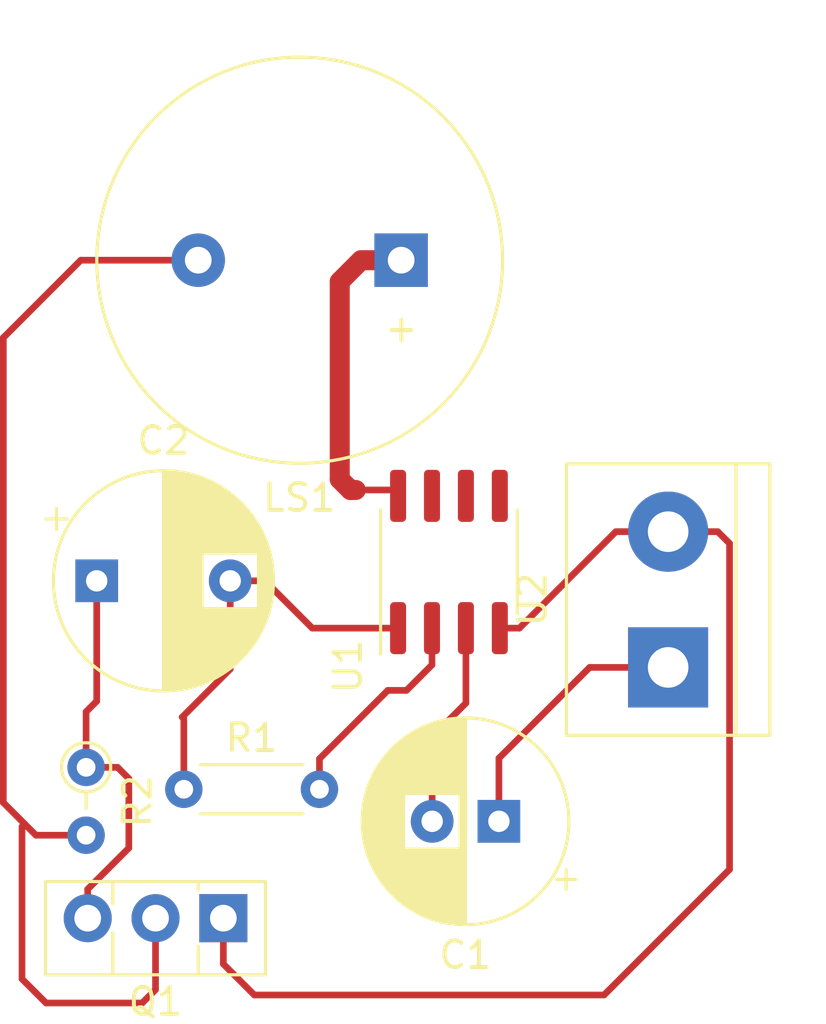
<source format=kicad_pcb>
(kicad_pcb (version 20211014) (generator pcbnew)
  (layers (0 "F.Cu" signal) (31 "B.Cu" signal) (34 "B.Paste" user) (35 "F.Paste" user) (36 "B.SilkS" user "B.Silkscreen") (37 "F.SilkS" user "F.Silkscreen") (38 "B.Mask" user) (39 "F.Mask" user) (44 "Edge.Cuts" user))
  (net 0 "")
  (net 1 "IN1")
  (net 2 "Net-(C1-Pad2)")
  (net 3 "Net-(C2-Pad1)")
  (net 4 "Net-(C2-Pad2)")
  (net 5 "+5V")
  (net 6 "Net-(LS1-Pad2)")
  (net 7 "IN2")
  (net 8 "Net-(R1-Pad2)")
  (footprint "TerminalBlock:TerminalBlock_bornier-2_P5.08mm" (layer "F.Cu") (at 158.6 90.94 90)
    (fp_text reference "U2" (at 2.54 -5.08 90) (layer "F.SilkS"))
    (fp_text value "Power_in")
    (fp_line (start 7.62 3.81) (end 7.62 -3.81) (layer "F.SilkS") (width 0.12))
    (fp_line (start 7.62 -3.81) (end -2.54 -3.81) (layer "F.SilkS") (width 0.12))
    (fp_line (start 7.62 2.54) (end -2.54 2.54) (layer "F.SilkS") (width 0.12))
    (fp_line (start -2.54 -3.81) (end -2.54 3.81) (layer "F.SilkS") (width 0.12))
    (fp_line (start -2.54 3.81) (end 7.62 3.81) (layer "F.SilkS") (width 0.12))
    (pad "1" thru_hole rect (at 0 0 90) (size 3 3) (drill 1.52) (layers *.Cu *.Mask) (net 1 "IN1"))
    (pad "2" thru_hole circle (at 5.08 0 90) (size 3 3) (drill 1.52) (layers *.Cu *.Mask) (net 7 "IN2"))
  )
  (footprint "Capacitor_THT:CP_Radial_D7.5mm_P2.50mm" (layer "F.Cu") (at 152.261395 96.7 180)
    (fp_text reference "C1" (at 1.25 -5) (layer "F.SilkS"))
    (fp_text value "2.2uF")
    (fp_line (start 3.051 1.04) (end 3.051 3.386) (layer "F.SilkS") (width 0.12))
    (fp_line (start 4.891 -1.275) (end 4.891 1.275) (layer "F.SilkS") (width 0.12))
    (fp_line (start 3.171 -3.321) (end 3.171 -1.04) (layer "F.SilkS") (width 0.12))
    (fp_line (start 4.931 -1.158) (end 4.931 1.158) (layer "F.SilkS") (width 0.12))
    (fp_line (start 3.411 1.04) (end 3.411 3.172) (layer "F.SilkS") (width 0.12))
    (fp_line (start 2.491 -3.626) (end 2.491 -1.04) (layer "F.SilkS") (width 0.12))
    (fp_line (start 3.371 1.04) (end 3.371 3.198) (layer "F.SilkS") (width 0.12))
    (fp_line (start 4.171 -2.5) (end 4.171 2.5) (layer "F.SilkS") (width 0.12))
    (fp_line (start 1.57 1.04) (end 1.57 3.817) (layer "F.SilkS") (width 0.12))
    (fp_line (start 4.971 -1.028) (end 4.971 1.028) (layer "F.SilkS") (width 0.12))
    (fp_line (start 1.53 -3.82) (end 1.53 -1.04) (layer "F.SilkS") (width 0.12))
    (fp_line (start 4.251 -2.405) (end 4.251 2.405) (layer "F.SilkS") (width 0.12))
    (fp_line (start 3.931 -2.752) (end 3.931 2.752) (layer "F.SilkS") (width 0.12))
    (fp_line (start -2.892211 -2.175) (end -2.142211 -2.175) (layer "F.SilkS") (width 0.12))
    (fp_line (start 2.651 -3.568) (end 2.651 -1.04) (layer "F.SilkS") (width 0.12))
    (fp_line (start 4.411 -2.195) (end 4.411 2.195) (layer "F.SilkS") (width 0.12))
    (fp_line (start 4.451 -2.137) (end 4.451 2.137) (layer "F.SilkS") (width 0.12))
    (fp_line (start 2.731 -3.536) (end 2.731 -1.04) (layer "F.SilkS") (width 0.12))
    (fp_line (start 3.411 -3.172) (end 3.411 -1.04) (layer "F.SilkS") (width 0.12))
    (fp_line (start 4.771 -1.569) (end 4.771 1.569) (layer "F.SilkS") (width 0.12))
    (fp_line (start 4.531 -2.014) (end 4.531 2.014) (layer "F.SilkS") (width 0.12))
    (fp_line (start 3.971 -2.713) (end 3.971 2.713) (layer "F.SilkS") (width 0.12))
    (fp_line (start 4.611 -1.881) (end 4.611 1.881) (layer "F.SilkS") (width 0.12))
    (fp_line (start 2.931 1.04) (end 2.931 3.447) (layer "F.SilkS") (width 0.12))
    (fp_line (start 1.41 -3.827) (end 1.41 3.827) (layer "F.SilkS") (width 0.12))
    (fp_line (start 3.851 -2.827) (end 3.851 2.827) (layer "F.SilkS") (width 0.12))
    (fp_line (start 2.851 1.04) (end 2.851 3.484) (layer "F.SilkS") (width 0.12))
    (fp_line (start 2.531 -3.613) (end 2.531 -1.04) (layer "F.SilkS") (width 0.12))
    (fp_line (start 2.371 1.04) (end 2.371 3.665) (layer "F.SilkS") (width 0.12))
    (fp_line (start 2.051 1.04) (end 2.051 3.747) (layer "F.SilkS") (width 0.12))
    (fp_line (start 4.811 -1.478) (end 4.811 1.478) (layer "F.SilkS") (width 0.12))
    (fp_line (start 1.49 -3.823) (end 1.49 -1.04) (layer "F.SilkS") (width 0.12))
    (fp_line (start 2.771 -3.52) (end 2.771 -1.04) (layer "F.SilkS") (width 0.12))
    (fp_line (start 5.011 -0.877) (end 5.011 0.877) (layer "F.SilkS") (width 0.12))
    (fp_line (start 1.971 -3.763) (end 1.971 -1.04) (layer "F.SilkS") (width 0.12))
    (fp_line (start 4.651 -1.809) (end 4.651 1.809) (layer "F.SilkS") (width 0.12))
    (fp_line (start 1.65 1.04) (end 1.65 3.81) (layer "F.SilkS") (width 0.12))
    (fp_line (start 3.131 -3.343) (end 3.131 -1.04) (layer "F.SilkS") (width 0.12))
    (fp_line (start 3.131 1.04) (end 3.131 3.343) (layer "F.SilkS") (width 0.12))
    (fp_line (start 1.25 -3.83) (end 1.25 3.83) (layer "F.SilkS") (width 0.12))
    (fp_line (start 2.731 1.04) (end 2.731 3.536) (layer "F.SilkS") (width 0.12))
    (fp_line (start 2.291 1.04) (end 2.291 3.688) (layer "F.SilkS") (width 0.12))
    (fp_line (start 1.61 -3.814) (end 1.61 -1.04) (layer "F.SilkS") (width 0.12))
    (fp_line (start 2.131 1.04) (end 2.131 3.729) (layer "F.SilkS") (width 0.12))
    (fp_line (start 2.531 1.04) (end 2.531 3.613) (layer "F.SilkS") (width 0.12))
    (fp_line (start 2.171 1.04) (end 2.171 3.72) (layer "F.SilkS") (width 0.12))
    (fp_line (start 2.931 -3.447) (end 2.931 -1.04) (layer "F.SilkS") (width 0.12))
    (fp_line (start 1.69 -3.805) (end 1.69 -1.04) (layer "F.SilkS") (width 0.12))
    (fp_line (start 1.77 1.04) (end 1.77 3.795) (layer "F.SilkS") (width 0.12))
    (fp_line (start 3.371 -3.198) (end 3.371 -1.04) (layer "F.SilkS") (width 0.12))
    (fp_line (start 1.89 -3.777) (end 1.89 -1.04) (layer "F.SilkS") (width 0.12))
    (fp_line (start 4.691 -1.733) (end 4.691 1.733) (layer "F.SilkS") (width 0.12))
    (fp_line (start 1.73 -3.801) (end 1.73 -1.04) (layer "F.SilkS") (width 0.12))
    (fp_line (start 2.051 -3.747) (end 2.051 -1.04) (layer "F.SilkS") (width 0.12))
    (fp_line (start 2.131 -3.729) (end 2.131 -1.04) (layer "F.SilkS") (width 0.12))
    (fp_line (start 1.93 1.04) (end 1.93 3.77) (layer "F.SilkS") (width 0.12))
    (fp_line (start 1.33 -3.83) (end 1.33 3.83) (layer "F.SilkS") (width 0.12))
    (fp_line (start 2.211 -3.71) (end 2.211 -1.04) (layer "F.SilkS") (width 0.12))
    (fp_line (start 3.011 -3.407) (end 3.011 -1.04) (layer "F.SilkS") (width 0.12))
    (fp_line (start 4.011 -2.673) (end 4.011 2.673) (layer "F.SilkS") (width 0.12))
    (fp_line (start 1.37 -3.829) (end 1.37 3.829) (layer "F.SilkS") (width 0.12))
    (fp_line (start 1.85 1.04) (end 1.85 3.784) (layer "F.SilkS") (width 0.12))
    (fp_line (start 3.451 -3.144) (end 3.451 -1.04) (layer "F.SilkS") (width 0.12))
    (fp_line (start 1.81 -3.79) (end 1.81 -1.04) (layer "F.SilkS") (width 0.12))
    (fp_line (start 1.77 -3.795) (end 1.77 -1.04) (layer "F.SilkS") (width 0.12))
    (fp_line (start 3.491 -3.116) (end 3.491 -1.04) (layer "F.SilkS") (width 0.12))
    (fp_line (start 2.771 1.04) (end 2.771 3.52) (layer "F.SilkS") (width 0.12))
    (fp_line (start 2.331 1.04) (end 2.331 3.677) (layer "F.SilkS") (width 0.12))
    (fp_line (start 4.491 -2.077) (end 4.491 2.077) (layer "F.SilkS") (width 0.12))
    (fp_line (start 4.571 -1.949) (end 4.571 1.949) (layer "F.SilkS") (width 0.12))
    (fp_line (start 3.451 1.04) (end 3.451 3.144) (layer "F.SilkS") (width 0.12))
    (fp_line (start 2.011 1.04) (end 2.011 3.755) (layer "F.SilkS") (width 0.12))
    (fp_line (start 3.211 -3.297) (end 3.211 -1.04) (layer "F.SilkS") (width 0.12))
    (fp_line (start 2.451 -3.64) (end 2.451 -1.04) (layer "F.SilkS") (width 0.12))
    (fp_line (start 2.251 1.04) (end 2.251 3.699) (layer "F.SilkS") (width 0.12))
    (fp_line (start 4.211 -2.454) (end 4.211 2.454) (layer "F.SilkS") (width 0.12))
    (fp_line (start 3.891 -2.79) (end 3.891 2.79) (layer "F.SilkS") (width 0.12))
    (fp_line (start 2.091 -3.738) (end 2.091 -1.04) (layer "F.SilkS") (width 0.12))
    (fp_line (start 1.57 -3.817) (end 1.57 -1.04) (layer "F.SilkS") (width 0.12))
    (fp_line (start 2.651 1.04) (end 2.651 3.568) (layer "F.SilkS") (width 0.12))
    (fp_line (start 3.331 -3.224) (end 3.331 -1.04) (layer "F.SilkS") (width 0.12))
    (fp_line (start 2.451 1.04) (end 2.451 3.64) (layer "F.SilkS") (width 0.12))
    (fp_line (start 2.691 1.04) (end 2.691 3.553) (layer "F.SilkS") (width 0.12))
    (fp_line (start 1.81 1.04) (end 1.81 3.79) (layer "F.SilkS") (width 0.12))
    (fp_line (start 3.531 1.04) (end 3.531 3.088) (layer "F.SilkS") (width 0.12))
    (fp_line (start 4.731 -1.654) (end 4.731 1.654) (layer "F.SilkS") (width 0.12))
    (fp_line (start 3.171 1.04) (end 3.171 3.321) (layer "F.SilkS") (width 0.12))
    (fp_line (start 2.611 1.04) (end 2.611 3.584) (layer "F.SilkS") (width 0.12))
    (fp_line (start 3.571 -3.058) (end 3.571 3.058) (layer "F.SilkS") (width 0.12))
    (fp_line (start 3.091 -3.365) (end 3.091 -1.04) (layer "F.SilkS") (width 0.12))
    (fp_line (start 2.411 -3.653) (end 2.411 -1.04) (layer "F.SilkS") (width 0.12))
    (fp_line (start 2.571 1.04) (end 2.571 3.598) (layer "F.SilkS") (width 0.12))
    (fp_line (start 2.811 -3.502) (end 2.811 -1.04) (layer "F.SilkS") (width 0.12))
    (fp_line (start 4.371 -2.25) (end 4.371 2.25) (layer "F.SilkS") (width 0.12))
    (fp_line (start 3.251 1.04) (end 3.251 3.274) (layer "F.SilkS") (width 0.12))
    (fp_line (start 2.971 -3.427) (end 2.971 -1.04) (layer "F.SilkS") (width 0.12))
    (fp_line (start 1.73 1.04) (end 1.73 3.801) (layer "F.SilkS") (width 0.12))
    (fp_line (start 5.091 -0.441) (end 5.091 0.441) (layer "F.SilkS") (width 0.12))
    (fp_line (start 2.211 1.04) (end 2.211 3.71) (layer "F.SilkS") (width 0.12))
    (fp_line (start -2.517211 -2.55) (end -2.517211 -1.8) (layer "F.SilkS") (width 0.12))
    (fp_line (start 3.691 -2.964) (end 3.691 2.964) (layer "F.SilkS") (width 0.12))
    (fp_line (start 3.531 -3.088) (end 3.531 -1.04) (layer "F.SilkS") (width 0.12))
    (fp_line (start 2.011 -3.755) (end 2.011 -1.04) (layer "F.SilkS") (width 0.12))
    (fp_line (start 3.251 -3.274) (end 3.251 -1.04) (layer "F.SilkS") (width 0.12))
    (fp_line (start 1.93 -3.77) (end 1.93 -1.04) (layer "F.SilkS") (width 0.12))
    (fp_line (start 1.53 1.04) (end 1.53 3.82) (layer "F.SilkS") (width 0.12))
    (fp_line (start 5.051 -0.693) (end 5.051 0.693) (layer "F.SilkS") (width 0.12))
    (fp_line (start 4.131 -2.546) (end 4.131 2.546) (layer "F.SilkS") (width 0.12))
    (fp_line (start 3.611 -3.028) (end 3.611 3.028) (layer "F.SilkS") (width 0.12))
    (fp_line (start 4.051 -2.632) (end 4.051 2.632) (layer "F.SilkS") (width 0.12))
    (fp_line (start 4.291 -2.355) (end 4.291 2.355) (layer "F.SilkS") (width 0.12))
    (fp_line (start 1.89 1.04) (end 1.89 3.777) (layer "F.SilkS") (width 0.12))
    (fp_line (start 3.051 -3.386) (end 3.051 -1.04) (layer "F.SilkS") (width 0.12))
    (fp_line (start 3.811 -2.863) (end 3.811 2.863) (layer "F.SilkS") (width 0.12))
    (fp_line (start 2.251 -3.699) (end 2.251 -1.04) (layer "F.SilkS") (width 0.12))
    (fp_line (start 1.65 -3.81) (end 1.65 -1.04) (layer "F.SilkS") (width 0.12))
    (fp_line (start 4.851 -1.381) (end 4.851 1.381) (layer "F.SilkS") (width 0.12))
    (fp_line (start 2.971 1.04) (end 2.971 3.427) (layer "F.SilkS") (width 0.12))
    (fp_line (start 2.571 -3.598) (end 2.571 -1.04) (layer "F.SilkS") (width 0.12))
    (fp_line (start 1.85 -3.784) (end 1.85 -1.04) (layer "F.SilkS") (width 0.12))
    (fp_line (start 3.011 1.04) (end 3.011 3.407) (layer "F.SilkS") (width 0.12))
    (fp_line (start 3.091 1.04) (end 3.091 3.365) (layer "F.SilkS") (width 0.12))
    (fp_line (start 3.731 -2.931) (end 3.731 2.931) (layer "F.SilkS") (width 0.12))
    (fp_line (start 2.811 1.04) (end 2.811 3.502) (layer "F.SilkS") (width 0.12))
    (fp_line (start 2.171 -3.72) (end 2.171 -1.04) (layer "F.SilkS") (width 0.12))
    (fp_line (start 2.691 -3.553) (end 2.691 -1.04) (layer "F.SilkS") (width 0.12))
    (fp_line (start 2.371 -3.665) (end 2.371 -1.04) (layer "F.SilkS") (width 0.12))
    (fp_line (start 4.091 -2.589) (end 4.091 2.589) (layer "F.SilkS") (width 0.12))
    (fp_line (start 1.69 1.04) (end 1.69 3.805) (layer "F.SilkS") (width 0.12))
    (fp_line (start 2.891 -3.466) (end 2.891 -1.04) (layer "F.SilkS") (width 0.12))
    (fp_line (start 2.411 1.04) (end 2.411 3.653) (layer "F.SilkS") (width 0.12))
    (fp_line (start 2.491 1.04) (end 2.491 3.626) (layer "F.SilkS") (width 0.12))
    (fp_line (start 3.291 1.04) (end 3.291 3.249) (layer "F.SilkS") (width 0.12))
    (fp_line (start 3.211 1.04) (end 3.211 3.297) (layer "F.SilkS") (width 0.12))
    (fp_line (start 1.49 1.04) (end 1.49 3.823) (layer "F.SilkS") (width 0.12))
    (fp_line (start 2.611 -3.584) (end 2.611 -1.04) (layer "F.SilkS") (width 0.12))
    (fp_line (start 1.29 -3.83) (end 1.29 3.83) (layer "F.SilkS") (width 0.12))
    (fp_line (start 2.851 -3.484) (end 2.851 -1.04) (layer "F.SilkS") (width 0.12))
    (fp_line (start 1.971 1.04) (end 1.971 3.763) (layer "F.SilkS") (width 0.12))
    (fp_line (start 2.331 -3.677) (end 2.331 -1.04) (layer "F.SilkS") (width 0.12))
    (fp_line (start 3.331 1.04) (end 3.331 3.224) (layer "F.SilkS") (width 0.12))
    (fp_line (start 2.291 -3.688) (end 2.291 -1.04) (layer "F.SilkS") (width 0.12))
    (fp_line (start 1.61 1.04) (end 1.61 3.814) (layer "F.SilkS") (width 0.12))
    (fp_line (start 3.771 -2.898) (end 3.771 2.898) (layer "F.SilkS") (width 0.12))
    (fp_line (start 3.491 1.04) (end 3.491 3.116) (layer "F.SilkS") (width 0.12))
    (fp_line (start 3.291 -3.249) (end 3.291 -1.04) (layer "F.SilkS") (width 0.12))
    (fp_line (start 2.891 1.04) (end 2.891 3.466) (layer "F.SilkS") (width 0.12))
    (fp_line (start 3.651 -2.996) (end 3.651 2.996) (layer "F.SilkS") (width 0.12))
    (fp_line (start 1.45 -3.825) (end 1.45 3.825) (layer "F.SilkS") (width 0.12))
    (fp_line (start 4.331 -2.304) (end 4.331 2.304) (layer "F.SilkS") (width 0.12))
    (fp_line (start 2.091 1.04) (end 2.091 3.738) (layer "F.SilkS") (width 0.12))
    (fp_circle (center 1.25 0) (end 5.12 0) (layer "F.SilkS") (width 0.12) (fill none))
    (pad "1" thru_hole rect (at 0 0 180) (size 1.6 1.6) (drill 0.8) (layers *.Cu *.Mask) (net 1 "IN1"))
    (pad "2" thru_hole circle (at 2.5 0 180) (size 1.6 1.6) (drill 0.8) (layers *.Cu *.Mask) (net 2 "Net-(C1-Pad2)"))
  )
  (footprint "Package_TO_SOT_THT:TO-126-3_Vertical" (layer "F.Cu") (at 141.94 100.325 180)
    (fp_text reference "Q1" (at 2.54 -3.12) (layer "F.SilkS"))
    (fp_text value "BD139")
    (fp_line (start -1.58 1.37) (end 6.66 1.37) (layer "F.SilkS") (width 0.12))
    (fp_line (start 0.94 -2.12) (end 0.94 -1.05) (layer "F.SilkS") (width 0.12))
    (fp_line (start -1.58 -2.12) (end 6.66 -2.12) (layer "F.SilkS") (width 0.12))
    (fp_line (start 4.141 0.54) (end 4.141 1.37) (layer "F.SilkS") (width 0.12))
    (fp_line (start -1.58 -2.12) (end -1.58 1.37) (layer "F.SilkS") (width 0.12))
    (fp_line (start 0.94 1.05) (end 0.94 1.37) (layer "F.SilkS") (width 0.12))
    (fp_line (start 4.141 -2.12) (end 4.141 -0.54) (layer "F.SilkS") (width 0.12))
    (fp_line (start 6.66 -2.12) (end 6.66 1.37) (layer "F.SilkS") (width 0.12))
    (pad "1" thru_hole rect (at 0 0 180) (size 1.8 1.8) (drill 1) (layers *.Cu *.Mask) (net 7 "IN2"))
    (pad "2" thru_hole oval (at 2.54 0 180) (size 1.8 1.8) (drill 1) (layers *.Cu *.Mask) (net 6 "Net-(LS1-Pad2)"))
    (pad "3" thru_hole oval (at 5.08 0 180) (size 1.8 1.8) (drill 1) (layers *.Cu *.Mask) (net 3 "Net-(C2-Pad1)"))
  )
  (footprint "extra_library:LM358" (layer "F.Cu") (at 147.735 90.68 90)
    (fp_text reference "U1" (at -0.22 -1.135 90 unlocked) (layer "F.SilkS"))
    (fp_text value "LM358")
    (fp_line (start 3.685 5.215) (end 5.635 5.215) (layer "F.SilkS") (width 0.12))
    (fp_line (start 3.685 0.095) (end 5.635 0.095) (layer "F.SilkS") (width 0.12))
    (fp_line (start 3.685 5.215) (end 1.735 5.215) (layer "F.SilkS") (width 0.12))
    (fp_line (start 3.685 0.095) (end 0.235 0.095) (layer "F.SilkS") (width 0.12))
    (pad "1" smd roundrect (at 1.21 0.75 90) (size 1.95 0.6) (layers "F.Cu" "F.Paste" "F.Mask") (net 4 "Net-(C2-Pad2)"))
    (pad "2" smd roundrect (at 1.21 2.02 90) (size 1.95 0.6) (layers "F.Cu" "F.Paste" "F.Mask") (net 8 "Net-(R1-Pad2)"))
    (pad "3" smd roundrect (at 1.21 3.29 90) (size 1.95 0.6) (layers "F.Cu" "F.Paste" "F.Mask") (net 2 "Net-(C1-Pad2)"))
    (pad "4" smd roundrect (at 1.21 4.56 90) (size 1.95 0.6) (layers "F.Cu" "F.Paste" "F.Mask") (net 7 "IN2"))
    (pad "5" smd roundrect (at 6.16 4.56 90) (size 1.95 0.6) (layers "F.Cu" "F.Paste" "F.Mask"))
    (pad "6" smd roundrect (at 6.16 3.29 90) (size 1.95 0.6) (layers "F.Cu" "F.Paste" "F.Mask"))
    (pad "7" smd roundrect (at 6.16 2.02 90) (size 1.95 0.6) (layers "F.Cu" "F.Paste" "F.Mask"))
    (pad "8" smd roundrect (at 6.16 0.75 90) (size 1.95 0.6) (layers "F.Cu" "F.Paste" "F.Mask") (net 5 "+5V"))
  )
  (footprint "Resistor_THT:R_Axial_DIN0204_L3.6mm_D1.6mm_P5.08mm_Horizontal" (layer "F.Cu") (at 140.46 95.5)
    (fp_text reference "R1" (at 2.54 -1.92) (layer "F.SilkS"))
    (fp_text value "100k")
    (fp_line (start 0.62 -0.92) (end 4.46 -0.92) (layer "F.SilkS") (width 0.12))
    (fp_line (start 0.62 0.92) (end 4.46 0.92) (layer "F.SilkS") (width 0.12))
    (pad "1" thru_hole circle (at 0 0) (size 1.4 1.4) (drill 0.7) (layers *.Cu *.Mask) (net 4 "Net-(C2-Pad2)"))
    (pad "2" thru_hole oval (at 5.08 0) (size 1.4 1.4) (drill 0.7) (layers *.Cu *.Mask) (net 8 "Net-(R1-Pad2)"))
  )
  (footprint "Resistor_THT:R_Axial_DIN0204_L3.6mm_D1.6mm_P2.54mm_Vertical" (layer "F.Cu") (at 136.8 94.68 -90)
    (fp_text reference "R2" (at 1.27 -1.92 90) (layer "F.SilkS"))
    (fp_text value "1k")
    (fp_line (start 0.92 0) (end 1.54 0) (layer "F.SilkS") (width 0.12))
    (fp_circle (center 0 0) (end 0.92 0) (layer "F.SilkS") (width 0.12) (fill none))
    (pad "1" thru_hole circle (at 0 0 270) (size 1.4 1.4) (drill 0.7) (layers *.Cu *.Mask) (net 3 "Net-(C2-Pad1)"))
    (pad "2" thru_hole oval (at 2.54 0 270) (size 1.4 1.4) (drill 0.7) (layers *.Cu *.Mask) (net 6 "Net-(LS1-Pad2)"))
  )
  (footprint "Buzzer_Beeper:Buzzer_15x7.5RM7.6" (layer "F.Cu") (at 148.6 75.7 180)
    (fp_text reference "LS1" (at 3.81 -8.89) (layer "F.SilkS"))
    (fp_text value "Speaker")
    (fp_text user "+" (at -0.01 -2.54) (layer "F.SilkS"))
    (fp_circle (center 3.8 0) (end 11.4 0) (layer "F.SilkS") (width 0.12) (fill none))
    (pad "1" thru_hole rect (at 0 0 180) (size 2 2) (drill 1) (layers *.Cu *.Mask) (net 5 "+5V"))
    (pad "2" thru_hole circle (at 7.6 0 180) (size 2 2) (drill 1) (layers *.Cu *.Mask) (net 6 "Net-(LS1-Pad2)"))
  )
  (footprint "Capacitor_THT:CP_Radial_D8.0mm_P5.00mm" (layer "F.Cu") (at 137.197349 87.7)
    (fp_text reference "C2" (at 2.5 -5.25) (layer "F.SilkS"))
    (fp_text value "470uF")
    (fp_line (start 2.66 -4.077) (end 2.66 4.077) (layer "F.SilkS") (width 0.12))
    (fp_line (start 4.021 -3.79) (end 4.021 -1.04) (layer "F.SilkS") (width 0.12))
    (fp_line (start 4.621 -3.493) (end 4.621 -1.04) (layer "F.SilkS") (width 0.12))
    (fp_line (start 5.301 -2.983) (end 5.301 -1.04) (layer "F.SilkS") (width 0.12))
    (fp_line (start 4.381 -3.627) (end 4.381 -1.04) (layer "F.SilkS") (width 0.12))
    (fp_line (start 3.701 -3.902) (end 3.701 3.902) (layer "F.SilkS") (width 0.12))
    (fp_line (start 4.461 -3.584) (end 4.461 -1.04) (layer "F.SilkS") (width 0.12))
    (fp_line (start 6.541 -0.768) (end 6.541 0.768) (layer "F.SilkS") (width 0.12))
    (fp_line (start 4.101 1.04) (end 4.101 3.757) (layer "F.SilkS") (width 0.12))
    (fp_line (start 4.941 -3.28) (end 4.941 -1.04) (layer "F.SilkS") (width 0.12))
    (fp_line (start 6.221 -1.731) (end 6.221 1.731) (layer "F.SilkS") (width 0.12))
    (fp_line (start 5.341 1.04) (end 5.341 2.945) (layer "F.SilkS") (width 0.12))
    (fp_line (start 5.901 1.04) (end 5.901 2.287) (layer "F.SilkS") (width 0.12))
    (fp_line (start 3.781 -3.877) (end 3.781 3.877) (layer "F.SilkS") (width 0.12))
    (fp_line (start 5.701 1.04) (end 5.701 2.556) (layer "F.SilkS") (width 0.12))
    (fp_line (start 5.621 1.04) (end 5.621 2.651) (layer "F.SilkS") (width 0.12))
    (fp_line (start 5.021 1.04) (end 5.021 3.22) (layer "F.SilkS") (width 0.12))
    (fp_line (start 2.98 -4.052) (end 2.98 4.052) (layer "F.SilkS") (width 0.12))
    (fp_line (start 4.341 -3.647) (end 4.341 -1.04) (layer "F.SilkS") (width 0.12))
    (fp_line (start 4.901 -3.309) (end 4.901 -1.04) (layer "F.SilkS") (width 0.12))
    (fp_line (start 5.781 1.04) (end 5.781 2.454) (layer "F.SilkS") (width 0.12))
    (fp_line (start 4.821 -3.365) (end 4.821 -1.04) (layer "F.SilkS") (width 0.12))
    (fp_line (start 4.861 1.04) (end 4.861 3.338) (layer "F.SilkS") (width 0.12))
    (fp_line (start 5.981 -2.166) (end 5.981 -1.04) (layer "F.SilkS") (width 0.12))
    (fp_line (start 5.861 -2.345) (end 5.861 -1.04) (layer "F.SilkS") (width 0.12))
    (fp_line (start 4.741 -3.418) (end 4.741 -1.04) (layer "F.SilkS") (width 0.12))
    (fp_line (start 2.78 -4.071) (end 2.78 4.071) (layer "F.SilkS") (width 0.12))
    (fp_line (start 2.86 -4.065) (end 2.86 4.065) (layer "F.SilkS") (width 0.12))
    (fp_line (start 6.021 -2.102) (end 6.021 -1.04) (layer "F.SilkS") (width 0.12))
    (fp_line (start 3.381 -3.985) (end 3.381 3.985) (layer "F.SilkS") (width 0.12))
    (fp_line (start 4.981 -3.25) (end 4.981 -1.04) (layer "F.SilkS") (width 0.12))
    (fp_line (start 4.341 1.04) (end 4.341 3.647) (layer "F.SilkS") (width 0.12))
    (fp_line (start 6.181 -1.813) (end 6.181 1.813) (layer "F.SilkS") (width 0.12))
    (fp_line (start 3.821 -3.863) (end 3.821 3.863) (layer "F.SilkS") (width 0.12))
    (fp_line (start 5.461 1.04) (end 5.461 2.826) (layer "F.SilkS") (width 0.12))
    (fp_line (start 4.501 -3.562) (end 4.501 -1.04) (layer "F.SilkS") (width 0.12))
    (fp_line (start 3.581 -3.936) (end 3.581 3.936) (layer "F.SilkS") (width 0.12))
    (fp_line (start 5.541 1.04) (end 5.541 2.741) (layer "F.SilkS") (width 0.12))
    (fp_line (start 4.661 -3.469) (end 4.661 -1.04) (layer "F.SilkS") (width 0.12))
    (fp_line (start 5.301 1.04) (end 5.301 2.983) (layer "F.SilkS") (width 0.12))
    (fp_line (start 4.021 1.04) (end 4.021 3.79) (layer "F.SilkS") (width 0.12))
    (fp_line (start 5.501 -2.784) (end 5.501 -1.04) (layer "F.SilkS") (width 0.12))
    (fp_line (start 5.821 -2.4) (end 5.821 -1.04) (layer "F.SilkS") (width 0.12))
    (fp_line (start 4.181 1.04) (end 4.181 3.722) (layer "F.SilkS") (width 0.12))
    (fp_line (start 4.261 -3.686) (end 4.261 -1.04) (layer "F.SilkS") (width 0.12))
    (fp_line (start 5.581 1.04) (end 5.581 2.697) (layer "F.SilkS") (width 0.12))
    (fp_line (start 5.341 -2.945) (end 5.341 -1.04) (layer "F.SilkS") (width 0.12))
    (fp_line (start 2.82 -4.068) (end 2.82 4.068) (layer "F.SilkS") (width 0.12))
    (fp_line (start 5.501 1.04) (end 5.501 2.784) (layer "F.SilkS") (width 0.12))
    (fp_line (start 4.821 1.04) (end 4.821 3.365) (layer "F.SilkS") (width 0.12))
    (fp_line (start 3.941 -3.821) (end 3.941 3.821) (layer "F.SilkS") (width 0.12))
    (fp_line (start 5.701 -2.556) (end 5.701 -1.04) (layer "F.SilkS") (width 0.12))
    (fp_line (start 4.141 -3.74) (end 4.141 -1.04) (layer "F.SilkS") (width 0.12))
    (fp_line (start 4.661 1.04) (end 4.661 3.469) (layer "F.SilkS") (width 0.12))
    (fp_line (start 2.74 -4.074) (end 2.74 4.074) (layer "F.SilkS") (width 0.12))
    (fp_line (start 4.301 1.04) (end 4.301 3.666) (layer "F.SilkS") (width 0.12))
    (fp_line (start 5.061 1.04) (end 5.061 3.189) (layer "F.SilkS") (width 0.12))
    (fp_line (start 4.901 1.04) (end 4.901 3.309) (layer "F.SilkS") (width 0.12))
    (fp_line (start -1.909698 -2.315) (end -1.109698 -2.315) (layer "F.SilkS") (width 0.12))
    (fp_line (start 5.781 -2.454) (end 5.781 -1.04) (layer "F.SilkS") (width 0.12))
    (fp_line (start 6.141 -1.89) (end 6.141 1.89) (layer "F.SilkS") (width 0.12))
    (fp_line (start 3.1 -4.037) (end 3.1 4.037) (layer "F.SilkS") (width 0.12))
    (fp_line (start 4.141 1.04) (end 4.141 3.74) (layer "F.SilkS") (width 0.12))
    (fp_line (start 6.301 -1.552) (end 6.301 1.552) (layer "F.SilkS") (width 0.12))
    (fp_line (start 3.02 -4.048) (end 3.02 4.048) (layer "F.SilkS") (width 0.12))
    (fp_line (start 6.341 -1.453) (end 6.341 1.453) (layer "F.SilkS") (width 0.12))
    (fp_line (start 3.18 -4.024) (end 3.18 4.024) (layer "F.SilkS") (width 0.12))
    (fp_line (start 6.421 -1.229) (end 6.421 1.229) (layer "F.SilkS") (width 0.12))
    (fp_line (start 4.461 1.04) (end 4.461 3.584) (layer "F.SilkS") (width 0.12))
    (fp_line (start 5.221 -3.055) (end 5.221 -1.04) (layer "F.SilkS") (width 0.12))
    (fp_line (start 5.581 -2.697) (end 5.581 -1.04) (layer "F.SilkS") (width 0.12))
    (fp_line (start 2.62 -4.079) (end 2.62 4.079) (layer "F.SilkS") (width 0.12))
    (fp_line (start 4.581 1.04) (end 4.581 3.517) (layer "F.SilkS") (width 0.12))
    (fp_line (start 2.9 -4.061) (end 2.9 4.061) (layer "F.SilkS") (width 0.12))
    (fp_line (start 5.421 1.04) (end 5.421 2.867) (layer "F.SilkS") (width 0.12))
    (fp_line (start 5.741 1.04) (end 5.741 2.505) (layer "F.SilkS") (width 0.12))
    (fp_line (start 3.301 -4.002) (end 3.301 4.002) (layer "F.SilkS") (width 0.12))
    (fp_line (start 5.141 -3.124) (end 5.141 -1.04) (layer "F.SilkS") (width 0.12))
    (fp_line (start 3.261 -4.01) (end 3.261 4.01) (layer "F.SilkS") (width 0.12))
    (fp_line (start 3.981 1.04) (end 3.981 3.805) (layer "F.SilkS") (width 0.12))
    (fp_line (start 4.861 -3.338) (end 4.861 -1.04) (layer "F.SilkS") (width 0.12))
    (fp_line (start 3.621 -3.925) (end 3.621 3.925) (layer "F.SilkS") (width 0.12))
    (fp_line (start 3.541 -3.947) (end 3.541 3.947) (layer "F.SilkS") (width 0.12))
    (fp_line (start -1.509698 -2.715) (end -1.509698 -1.915) (layer "F.SilkS") (width 0.12))
    (fp_line (start 2.5 -4.08) (end 2.5 4.08) (layer "F.SilkS") (width 0.12))
    (fp_line (start 4.061 -3.774) (end 4.061 -1.04) (layer "F.SilkS") (width 0.12))
    (fp_line (start 4.741 1.04) (end 4.741 3.418) (layer "F.SilkS") (width 0.12))
    (fp_line (start 5.181 1.04) (end 5.181 3.09) (layer "F.SilkS") (width 0.12))
    (fp_line (start 3.501 -3.957) (end 3.501 3.957) (layer "F.SilkS") (width 0.12))
    (fp_line (start 6.061 -2.034) (end 6.061 2.034) (layer "F.SilkS") (width 0.12))
    (fp_line (start 5.981 1.04) (end 5.981 2.166) (layer "F.SilkS") (width 0.12))
    (fp_line (start 4.781 -3.392) (end 4.781 -1.04) (layer "F.SilkS") (width 0.12))
    (fp_line (start 4.421 1.04) (end 4.421 3.606) (layer "F.SilkS") (width 0.12))
    (fp_line (start 3.06 -4.042) (end 3.06 4.042) (layer "F.SilkS") (width 0.12))
    (fp_line (start 3.861 -3.85) (end 3.861 3.85) (layer "F.SilkS") (width 0.12))
    (fp_line (start 5.181 -3.09) (end 5.181 -1.04) (layer "F.SilkS") (width 0.12))
    (fp_line (start 4.221 -3.704) (end 4.221 -1.04) (layer "F.SilkS") (width 0.12))
    (fp_line (start 4.781 1.04) (end 4.781 3.392) (layer "F.SilkS") (width 0.12))
    (fp_line (start 4.701 -3.444) (end 4.701 -1.04) (layer "F.SilkS") (width 0.12))
    (fp_line (start 6.381 -1.346) (end 6.381 1.346) (layer "F.SilkS") (width 0.12))
    (fp_line (start 5.861 1.04) (end 5.861 2.345) (layer "F.SilkS") (width 0.12))
    (fp_line (start 3.221 -4.017) (end 3.221 4.017) (layer "F.SilkS") (width 0.12))
    (fp_line (start 4.581 -3.517) (end 4.581 -1.04) (layer "F.SilkS") (width 0.12))
    (fp_line (start 5.461 -2.826) (end 5.461 -1.04) (layer "F.SilkS") (width 0.12))
    (fp_line (start 4.181 -3.722) (end 4.181 -1.04) (layer "F.SilkS") (width 0.12))
    (fp_line (start 6.101 -1.964) (end 6.101 1.964) (layer "F.SilkS") (width 0.12))
    (fp_line (start 2.7 -4.076) (end 2.7 4.076) (layer "F.SilkS") (width 0.12))
    (fp_line (start 4.501 1.04) (end 4.501 3.562) (layer "F.SilkS") (width 0.12))
    (fp_line (start 5.901 -2.287) (end 5.901 -1.04) (layer "F.SilkS") (width 0.12))
    (fp_line (start 5.941 -2.228) (end 5.941 -1.04) (layer "F.SilkS") (width 0.12))
    (fp_line (start 4.221 1.04) (end 4.221 3.704) (layer "F.SilkS") (width 0.12))
    (fp_line (start 6.581 -0.533) (end 6.581 0.533) (layer "F.SilkS") (width 0.12))
    (fp_line (start 5.741 -2.505) (end 5.741 -1.04) (layer "F.SilkS") (width 0.12))
    (fp_line (start 4.381 1.04) (end 4.381 3.627) (layer "F.SilkS") (width 0.12))
    (fp_line (start 3.461 -3.967) (end 3.461 3.967) (layer "F.SilkS") (width 0.12))
    (fp_line (start 3.661 -3.914) (end 3.661 3.914) (layer "F.SilkS") (width 0.12))
    (fp_line (start 4.101 -3.757) (end 4.101 -1.04) (layer "F.SilkS") (width 0.12))
    (fp_line (start 3.14 -4.03) (end 3.14 4.03) (layer "F.SilkS") (width 0.12))
    (fp_line (start 5.221 1.04) (end 5.221 3.055) (layer "F.SilkS") (width 0.12))
    (fp_line (start 4.701 1.04) (end 4.701 3.444) (layer "F.SilkS") (width 0.12))
    (fp_line (start 5.661 1.04) (end 5.661 2.604) (layer "F.SilkS") (width 0.12))
    (fp_line (start 5.381 1.04) (end 5.381 2.907) (layer "F.SilkS") (width 0.12))
    (fp_line (start 3.901 -3.835) (end 3.901 3.835) (layer "F.SilkS") (width 0.12))
    (fp_line (start 5.261 -3.019) (end 5.261 -1.04) (layer "F.SilkS") (width 0.12))
    (fp_line (start 4.941 1.04) (end 4.941 3.28) (layer "F.SilkS") (width 0.12))
    (fp_line (start 3.341 -3.994) (end 3.341 3.994) (layer "F.SilkS") (width 0.12))
    (fp_line (start 2.94 -4.057) (end 2.94 4.057) (layer "F.SilkS") (width 0.12))
    (fp_line (start 5.021 -3.22) (end 5.021 -1.04) (layer "F.SilkS") (width 0.12))
    (fp_line (start 5.541 -2.741) (end 5.541 -1.04) (layer "F.SilkS") (width 0.12))
    (fp_line (start 6.021 1.04) (end 6.021 2.102) (layer "F.SilkS") (width 0.12))
    (fp_line (start 4.621 1.04) (end 4.621 3.493) (layer "F.SilkS") (width 0.12))
    (fp_line (start 4.421 -3.606) (end 4.421 -1.04) (layer "F.SilkS") (width 0.12))
    (fp_line (start 4.981 1.04) (end 4.981 3.25) (layer "F.SilkS") (width 0.12))
    (fp_line (start 3.421 -3.976) (end 3.421 3.976) (layer "F.SilkS") (width 0.12))
    (fp_line (start 5.941 1.04) (end 5.941 2.228) (layer "F.SilkS") (width 0.12))
    (fp_line (start 5.421 -2.867) (end 5.421 -1.04) (layer "F.SilkS") (width 0.12))
    (fp_line (start 5.821 1.04) (end 5.821 2.4) (layer "F.SilkS") (width 0.12))
    (fp_line (start 5.261 1.04) (end 5.261 3.019) (layer "F.SilkS") (width 0.12))
    (fp_line (start 4.061 1.04) (end 4.061 3.774) (layer "F.SilkS") (width 0.12))
    (fp_line (start 3.981 -3.805) (end 3.981 -1.04) (layer "F.SilkS") (width 0.12))
    (fp_line (start 5.061 -3.189) (end 5.061 -1.04) (layer "F.SilkS") (width 0.12))
    (fp_line (start 5.661 -2.604) (end 5.661 -1.04) (layer "F.SilkS") (width 0.12))
    (fp_line (start 5.141 1.04) (end 5.141 3.124) (layer "F.SilkS") (width 0.12))
    (fp_line (start 4.541 1.04) (end 4.541 3.54) (layer "F.SilkS") (width 0.12))
    (fp_line (start 6.261 -1.645) (end 6.261 1.645) (layer "F.SilkS") (width 0.12))
    (fp_line (start 4.541 -3.54) (end 4.541 -1.04) (layer "F.SilkS") (width 0.12))
    (fp_line (start 5.101 1.04) (end 5.101 3.156) (layer "F.SilkS") (width 0.12))
    (fp_line (start 3.741 -3.889) (end 3.741 3.889) (layer "F.SilkS") (width 0.12))
    (fp_line (start 2.58 -4.08) (end 2.58 4.08) (layer "F.SilkS") (width 0.12))
    (fp_line (start 6.461 -1.098) (end 6.461 1.098) (layer "F.SilkS") (width 0.12))
    (fp_line (start 6.501 -0.948) (end 6.501 0.948) (layer "F.SilkS") (width 0.12))
    (fp_line (start 4.301 -3.666) (end 4.301 -1.04) (layer "F.SilkS") (width 0.12))
    (fp_line (start 5.381 -2.907) (end 5.381 -1.04) (layer "F.SilkS") (width 0.12))
    (fp_line (start 5.621 -2.651) (end 5.621 -1.04) (layer "F.SilkS") (width 0.12))
    (fp_line (start 5.101 -3.156) (end 5.101 -1.04) (layer "F.SilkS") (width 0.12))
    (fp_line (start 4.261 1.04) (end 4.261 3.686) (layer "F.SilkS") (width 0.12))
    (fp_line (start 2.54 -4.08) (end 2.54 4.08) (layer "F.SilkS") (width 0.12))
    (fp_circle (center 2.5 0) (end 6.62 0) (layer "F.SilkS") (width 0.12) (fill none))
    (pad "1" thru_hole rect (at 0 0) (size 1.6 1.6) (drill 0.8) (layers *.Cu *.Mask) (net 3 "Net-(C2-Pad1)"))
    (pad "2" thru_hole circle (at 5 0) (size 1.6 1.6) (drill 0.8) (layers *.Cu *.Mask) (net 4 "Net-(C2-Pad2)"))
  )
  (segment (start 158.6 90.94) (end 155.66 90.94) (width 0.25) (layer "F.Cu") (net 1))
  (segment (start 155.66 90.94) (end 152.261395 94.338605) (width 0.25) (layer "F.Cu") (net 1))
  (segment (start 152.261395 94.338605) (end 152.261395 96.7) (width 0.25) (layer "F.Cu") (net 1))
  (segment (start 149.761395 93.538605) (end 151.025 92.275) (width 0.25) (layer "F.Cu") (net 2))
  (segment (start 149.761395 96.7) (end 149.761395 93.538605) (width 0.25) (layer "F.Cu") (net 2))
  (segment (start 151.025 92.275) (end 151.025 89.47) (width 0.25) (layer "F.Cu") (net 2))
  (segment (start 138.4 97.7) (end 138.4 95.1) (width 0.25) (layer "F.Cu") (net 3))
  (segment (start 136.8 92.6) (end 136.8 94.68) (width 0.25) (layer "F.Cu") (net 3))
  (segment (start 136.86 100.325) (end 136.86 99.24) (width 0.25) (layer "F.Cu") (net 3))
  (segment (start 137.197349 92.202651) (end 136.8 92.6) (width 0.25) (layer "F.Cu") (net 3))
  (segment (start 138.4 95.1) (end 137.98 94.68) (width 0.25) (layer "F.Cu") (net 3))
  (segment (start 137.98 94.68) (end 136.8 94.68) (width 0.25) (layer "F.Cu") (net 3))
  (segment (start 137.197349 87.7) (end 137.197349 92.202651) (width 0.25) (layer "F.Cu") (net 3))
  (segment (start 136.86 99.24) (end 138.4 97.7) (width 0.25) (layer "F.Cu") (net 3))
  (segment (start 142.197349 91.002651) (end 140.4 92.8) (width 0.25) (layer "F.Cu") (net 4))
  (segment (start 140.4 92.8) (end 140.46 92.86) (width 0.25) (layer "F.Cu") (net 4))
  (segment (start 143.5 87.7) (end 142.197349 87.7) (width 0.25) (layer "F.Cu") (net 4))
  (segment (start 148.485 89.47) (end 145.27 89.47) (width 0.25) (layer "F.Cu") (net 4))
  (segment (start 142.197349 87.7) (end 142.197349 91.002651) (width 0.25) (layer "F.Cu") (net 4))
  (segment (start 145.27 89.47) (end 143.5 87.7) (width 0.25) (layer "F.Cu") (net 4))
  (segment (start 140.46 92.86) (end 140.46 95.5) (width 0.25) (layer "F.Cu") (net 4))
  (segment (start 148.265 84.3) (end 148.485 84.52) (width 0.25) (layer "F.Cu") (net 5))
  (segment (start 147.1 75.7) (end 148.6 75.7) (width 0.75) (layer "F.Cu") (net 5))
  (segment (start 146.7 84.3) (end 146.3 83.9) (width 0.75) (layer "F.Cu") (net 5))
  (segment (start 146.3 83.9) (end 146.3 76.5) (width 0.75) (layer "F.Cu") (net 5))
  (segment (start 146.9 84.3) (end 146.7 84.3) (width 0.75) (layer "F.Cu") (net 5))
  (segment (start 146.3 76.5) (end 147.1 75.7) (width 0.75) (layer "F.Cu") (net 5))
  (segment (start 146.9 84.3) (end 148.265 84.3) (width 0.25) (layer "F.Cu") (net 5))
  (segment (start 134.4 96.9) (end 134.5 96.8) (width 0.25) (layer "F.Cu") (net 6))
  (segment (start 141 75.7) (end 136.6 75.7) (width 0.25) (layer "F.Cu") (net 6))
  (segment (start 136.6 75.7) (end 133.7 78.6) (width 0.25) (layer "F.Cu") (net 6))
  (segment (start 135.3 103.5) (end 134.4 102.6) (width 0.25) (layer "F.Cu") (net 6))
  (segment (start 138.9 103.5) (end 135.3 103.5) (width 0.25) (layer "F.Cu") (net 6))
  (segment (start 139.4 100.325) (end 139.4 103) (width 0.25) (layer "F.Cu") (net 6))
  (segment (start 134.92 97.22) (end 136.8 97.22) (width 0.25) (layer "F.Cu") (net 6))
  (segment (start 134.5 96.8) (end 134.92 97.22) (width 0.25) (layer "F.Cu") (net 6))
  (segment (start 139.4 103) (end 138.9 103.5) (width 0.25) (layer "F.Cu") (net 6))
  (segment (start 134.4 102.6) (end 134.4 96.9) (width 0.25) (layer "F.Cu") (net 6))
  (segment (start 133.7 78.6) (end 133.7 96) (width 0.25) (layer "F.Cu") (net 6))
  (segment (start 133.7 96) (end 134.5 96.8) (width 0.25) (layer "F.Cu") (net 6))
  (segment (start 156.2 103.2) (end 160.9 98.5) (width 0.25) (layer "F.Cu") (net 7))
  (segment (start 160.9 86.3) (end 160.46 85.86) (width 0.25) (layer "F.Cu") (net 7))
  (segment (start 160.46 85.86) (end 158.6 85.86) (width 0.25) (layer "F.Cu") (net 7))
  (segment (start 141.94 100.325) (end 141.94 102.04) (width 0.25) (layer "F.Cu") (net 7))
  (segment (start 158.6 85.86) (end 156.64 85.86) (width 0.25) (layer "F.Cu") (net 7))
  (segment (start 156.64 85.86) (end 153.03 89.47) (width 0.25) (layer "F.Cu") (net 7))
  (segment (start 141.94 102.04) (end 143.1 103.2) (width 0.25) (layer "F.Cu") (net 7))
  (segment (start 153.03 89.47) (end 152.295 89.47) (width 0.25) (layer "F.Cu") (net 7))
  (segment (start 160.9 98.5) (end 160.9 86.3) (width 0.25) (layer "F.Cu") (net 7))
  (segment (start 143.1 103.2) (end 156.2 103.2) (width 0.25) (layer "F.Cu") (net 7))
  (segment (start 148.8 91.8) (end 149.755 90.845) (width 0.25) (layer "F.Cu") (net 8))
  (segment (start 148.1 91.8) (end 148.8 91.8) (width 0.25) (layer "F.Cu") (net 8))
  (segment (start 145.54 94.36) (end 148.1 91.8) (width 0.25) (layer "F.Cu") (net 8))
  (segment (start 149.755 90.845) (end 149.755 89.47) (width 0.25) (layer "F.Cu") (net 8))
  (segment (start 145.54 95.5) (end 145.54 94.36) (width 0.25) (layer "F.Cu") (net 8))
)
</source>
